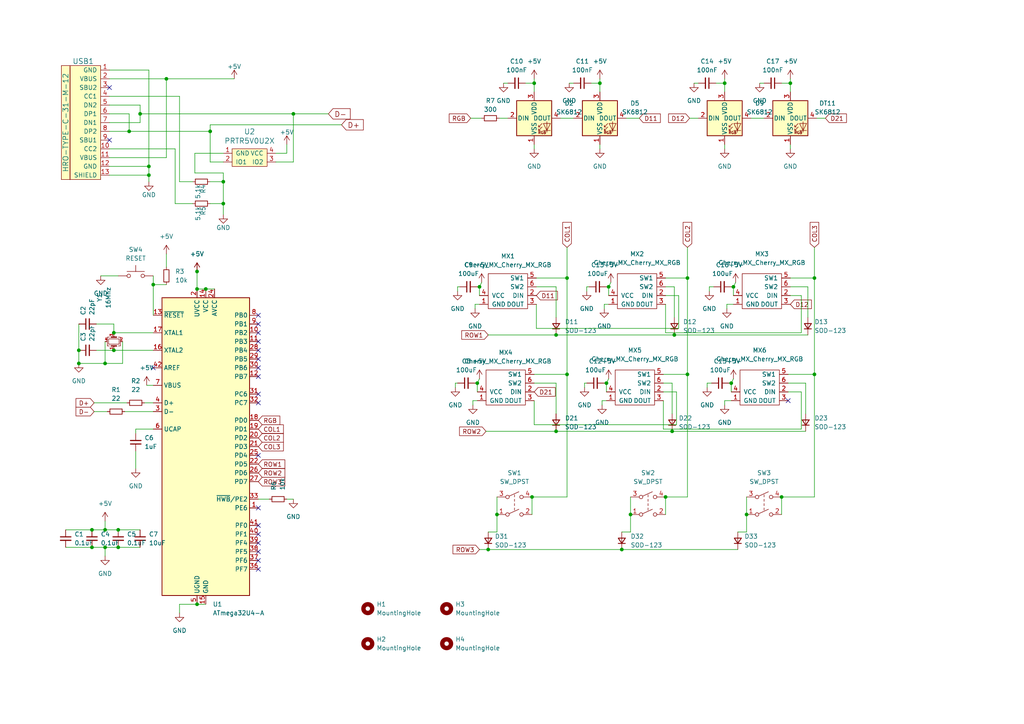
<source format=kicad_sch>
(kicad_sch (version 20211123) (generator eeschema)
  (paper "A4")
  (lib_symbols
    (symbol "Cherry MX Breakout Board (Kailh Socket)-cache:Cherry_MX_Cherry_MX_RGB" (pin_names (offset 1.016))
      (property "Reference" "U" (at -5.08 8.89 0))
      (property "Value" "Cherry_MX_Cherry_MX_RGB" (at 0 -3.81 0))
      (symbol "Cherry_MX_Cherry_MX_RGB_0_1"
        (rectangle (start 5.715 -2.54) (end -5.715 7.62))
      )
      (symbol "Cherry_MX_Cherry_MX_RGB_1_1"
        (pin input line (at -8.255 -1.27 0) (length 2.54) (name "GND") (number "1"))
        (pin input line (at 8.255 1.27 180) (length 2.54) (name "DIN") (number "2"))
        (pin input line (at 8.255 -1.27 180) (length 2.54) (name "DOUT") (number "3"))
        (pin input line (at -8.255 1.27 0) (length 2.54) (name "VCC") (number "4"))
        (pin input line (at 8.255 6.35 180) (length 2.54) (name "SW1") (number "5"))
        (pin input line (at 8.255 3.81 180) (length 2.54) (name "SW2") (number "6"))
      )
    )
    (symbol "Device:C_Small" (pin_numbers hide) (pin_names (offset 0.254) hide)
      (property "Reference" "C" (at 0.254 1.778 0))
      (property "Value" "C_Small" (at 0.254 -2.032 0))
      (symbol "C_Small_0_1"
        (polyline (pts (xy -1.524 -0.508) (xy 1.524 -0.508)) (stroke (width 0.3302)))
        (polyline (pts (xy -1.524 0.508) (xy 1.524 0.508)) (stroke (width 0.3048)))
      )
      (symbol "C_Small_1_1"
        (pin passive line (at 0 2.54 270) (length 2.032) (name "~") (number "1"))
        (pin passive line (at 0 -2.54 90) (length 2.032) (name "~") (number "2"))
      )
    )
    (symbol "Device:Crystal_GND24_Small" (pin_names (offset 1.016) hide)
      (property "Reference" "Y" (at 1.27 4.445 0))
      (property "Value" "Crystal_GND24_Small" (at 1.27 2.54 0))
      (symbol "Crystal_GND24_Small_0_1"
        (rectangle (start -0.762 -1.524) (end 0.762 1.524))
        (polyline (pts (xy -1.27 -0.762) (xy -1.27 0.762)) (stroke (width 0.381)))
        (polyline (pts (xy 1.27 -0.762) (xy 1.27 0.762)) (stroke (width 0.381)))
        (polyline (pts (xy -1.27 -1.27) (xy -1.27 -1.905) (xy 1.27 -1.905) (xy 1.27 -1.27)))
        (polyline (pts (xy -1.27 1.27) (xy -1.27 1.905) (xy 1.27 1.905) (xy 1.27 1.27)))
      )
      (symbol "Crystal_GND24_Small_1_1"
        (pin passive line (at -2.54 0 0) (length 1.27) (name "1") (number "1"))
        (pin passive line (at 0 -2.54 90) (length 0.635) (name "2") (number "2"))
        (pin passive line (at 2.54 0 180) (length 1.27) (name "3") (number "3"))
        (pin passive line (at 0 2.54 270) (length 0.635) (name "4") (number "4"))
      )
    )
    (symbol "Device:D_Small" (pin_numbers hide) (pin_names (offset 0.254) hide)
      (property "Reference" "D" (at -1.27 2.032 0))
      (property "Value" "D_Small" (at -3.81 -2.032 0))
      (symbol "D_Small_0_1"
        (polyline (pts (xy -0.762 -1.016) (xy -0.762 1.016)) (stroke (width 0.254)))
        (polyline (pts (xy -0.762 0) (xy 0.762 0)))
        (polyline (pts (xy 0.762 -1.016) (xy -0.762 0) (xy 0.762 1.016) (xy 0.762 -1.016)) (stroke (width 0.254)))
      )
      (symbol "D_Small_1_1"
        (pin passive line (at -2.54 0 0) (length 1.778) (name "K") (number "1"))
        (pin passive line (at 2.54 0 180) (length 1.778) (name "A") (number "2"))
      )
    )
    (symbol "Device:R_Small" (pin_numbers hide) (pin_names (offset 0.254) hide)
      (property "Reference" "R" (at 0.762 0.508 0))
      (property "Value" "R_Small" (at 0.762 -1.016 0))
      (symbol "R_Small_0_1"
        (rectangle (start -0.762 1.778) (end 0.762 -1.778) (stroke (width 0.2032)))
      )
      (symbol "R_Small_1_1"
        (pin passive line (at 0 2.54 270) (length 0.762) (name "~") (number "1"))
        (pin passive line (at 0 -2.54 90) (length 0.762) (name "~") (number "2"))
      )
    )
    (symbol "LED:SK6812" (pin_names (offset 0.254))
      (property "Reference" "D" (at 5.08 5.715 0))
      (property "Value" "SK6812" (at 1.27 -5.715 0))
      (symbol "SK6812_0_0"
        (text "RGB" (at 2.286 -4.191 0) (effects (font (size 0.762 0.762))))
      )
      (symbol "SK6812_0_1"
        (polyline (pts (xy 1.27 -3.556) (xy 1.778 -3.556)))
        (polyline (pts (xy 1.27 -2.54) (xy 1.778 -2.54)))
        (polyline (pts (xy 4.699 -3.556) (xy 2.667 -3.556)))
        (polyline (pts (xy 2.286 -2.54) (xy 1.27 -3.556) (xy 1.27 -3.048)))
        (polyline (pts (xy 2.286 -1.524) (xy 1.27 -2.54) (xy 1.27 -2.032)))
        (polyline (pts (xy 3.683 -1.016) (xy 3.683 -3.556) (xy 3.683 -4.064)))
        (polyline (pts (xy 4.699 -1.524) (xy 2.667 -1.524) (xy 3.683 -3.556) (xy 4.699 -1.524)))
        (rectangle (start 5.08 5.08) (end -5.08 -5.08) (stroke (width 0.254)) (fill (type background)))
      )
      (symbol "SK6812_1_1"
        (pin power_in line (at 0 -7.62 90) (length 2.54) (name "VSS") (number "1"))
        (pin input line (at -7.62 0 0) (length 2.54) (name "DIN") (number "2"))
        (pin power_in line (at 0 7.62 270) (length 2.54) (name "VDD") (number "3"))
        (pin output line (at 7.62 0 180) (length 2.54) (name "DOUT") (number "4"))
      )
    )
    (symbol "MCU_Microchip_ATmega:ATmega32U4-A"
      (property "Reference" "U" (at -12.7 44.45 0))
      (property "Value" "ATmega32U4-A" (at 2.54 -44.45 0))
      (symbol "ATmega32U4-A_0_1"
        (rectangle (start -12.7 -43.18) (end 12.7 43.18) (stroke (width 0.254)) (fill (type background)))
      )
      (symbol "ATmega32U4-A_1_1"
        (pin bidirectional line (at 15.24 -17.78 180) (length 2.54) (name "PE6") (number "1"))
        (pin bidirectional line (at 15.24 33.02 180) (length 2.54) (name "PB2") (number "10"))
        (pin bidirectional line (at 15.24 30.48 180) (length 2.54) (name "PB3") (number "11"))
        (pin bidirectional line (at 15.24 20.32 180) (length 2.54) (name "PB7") (number "12"))
        (pin input line (at -15.24 38.1 0) (length 2.54) (name "~{RESET}") (number "13"))
        (pin power_in line (at 0 45.72 270) (length 2.54) (name "VCC") (number "14"))
        (pin power_in line (at 0 -45.72 90) (length 2.54) (name "GND") (number "15"))
        (pin output line (at -15.24 27.94 0) (length 2.54) (name "XTAL2") (number "16"))
        (pin input line (at -15.24 33.02 0) (length 2.54) (name "XTAL1") (number "17"))
        (pin bidirectional line (at 15.24 7.62 180) (length 2.54) (name "PD0") (number "18"))
        (pin bidirectional line (at 15.24 5.08 180) (length 2.54) (name "PD1") (number "19"))
        (pin power_in line (at -2.54 45.72 270) (length 2.54) (name "UVCC") (number "2"))
        (pin bidirectional line (at 15.24 2.54 180) (length 2.54) (name "PD2") (number "20"))
        (pin bidirectional line (at 15.24 0 180) (length 2.54) (name "PD3") (number "21"))
        (pin bidirectional line (at 15.24 -5.08 180) (length 2.54) (name "PD5") (number "22"))
        (pin passive line (at 0 -45.72 90) (length 2.54) hide (name "GND") (number "23"))
        (pin power_in line (at 2.54 45.72 270) (length 2.54) (name "AVCC") (number "24"))
        (pin bidirectional line (at 15.24 -2.54 180) (length 2.54) (name "PD4") (number "25"))
        (pin bidirectional line (at 15.24 -7.62 180) (length 2.54) (name "PD6") (number "26"))
        (pin bidirectional line (at 15.24 -10.16 180) (length 2.54) (name "PD7") (number "27"))
        (pin bidirectional line (at 15.24 27.94 180) (length 2.54) (name "PB4") (number "28"))
        (pin bidirectional line (at 15.24 25.4 180) (length 2.54) (name "PB5") (number "29"))
        (pin bidirectional line (at -15.24 10.16 0) (length 2.54) (name "D-") (number "3"))
        (pin bidirectional line (at 15.24 22.86 180) (length 2.54) (name "PB6") (number "30"))
        (pin bidirectional line (at 15.24 15.24 180) (length 2.54) (name "PC6") (number "31"))
        (pin bidirectional line (at 15.24 12.7 180) (length 2.54) (name "PC7") (number "32"))
        (pin bidirectional line (at 15.24 -15.24 180) (length 2.54) (name "~{HWB}/PE2") (number "33"))
        (pin passive line (at 0 45.72 270) (length 2.54) hide (name "VCC") (number "34"))
        (pin passive line (at 0 -45.72 90) (length 2.54) hide (name "GND") (number "35"))
        (pin bidirectional line (at 15.24 -35.56 180) (length 2.54) (name "PF7") (number "36"))
        (pin bidirectional line (at 15.24 -33.02 180) (length 2.54) (name "PF6") (number "37"))
        (pin bidirectional line (at 15.24 -30.48 180) (length 2.54) (name "PF5") (number "38"))
        (pin bidirectional line (at 15.24 -27.94 180) (length 2.54) (name "PF4") (number "39"))
        (pin bidirectional line (at -15.24 12.7 0) (length 2.54) (name "D+") (number "4"))
        (pin bidirectional line (at 15.24 -25.4 180) (length 2.54) (name "PF1") (number "40"))
        (pin bidirectional line (at 15.24 -22.86 180) (length 2.54) (name "PF0") (number "41"))
        (pin passive line (at -15.24 22.86 0) (length 2.54) (name "AREF") (number "42"))
        (pin passive line (at 0 -45.72 90) (length 2.54) hide (name "GND") (number "43"))
        (pin passive line (at 2.54 45.72 270) (length 2.54) hide (name "AVCC") (number "44"))
        (pin passive line (at -2.54 -45.72 90) (length 2.54) (name "UGND") (number "5"))
        (pin passive line (at -15.24 5.08 0) (length 2.54) (name "UCAP") (number "6"))
        (pin input line (at -15.24 17.78 0) (length 2.54) (name "VBUS") (number "7"))
        (pin bidirectional line (at 15.24 38.1 180) (length 2.54) (name "PB0") (number "8"))
        (pin bidirectional line (at 15.24 35.56 180) (length 2.54) (name "PB1") (number "9"))
      )
    )
    (symbol "Mechanical:MountingHole" (pin_names (offset 1.016))
      (property "Reference" "H" (at 0 5.08 0))
      (property "Value" "MountingHole" (at 0 3.175 0))
      (symbol "MountingHole_0_1"
        (circle (center 0 0) (radius 1.27) (stroke (width 1.27)))
      )
    )
    (symbol "Satxri6key-rescue:HRO-TYPE-C-31-M-12-Type-C-random-keyboard-parts" (pin_names (offset 1.016))
      (property "Reference" "USB" (at -5.08 16.51 0))
      (property "Value" "HRO-TYPE-C-31-M-12-Type-C-random-keyboard-parts" (at -10.16 -1.27 90))
      (symbol "HRO-TYPE-C-31-M-12-Type-C-random-keyboard-parts_0_1"
        (rectangle (start -11.43 15.24) (end -8.89 -17.78) (fill (type background)))
        (rectangle (start 0 -17.78) (end -8.89 15.24) (fill (type background)))
      )
      (symbol "HRO-TYPE-C-31-M-12-Type-C-random-keyboard-parts_1_1"
        (pin input line (at 2.54 13.97 180) (length 2.54) (name "GND") (number "1"))
        (pin input line (at 2.54 -8.89 180) (length 2.54) (name "CC2") (number "10"))
        (pin input line (at 2.54 -11.43 180) (length 2.54) (name "VBUS") (number "11"))
        (pin input line (at 2.54 -13.97 180) (length 2.54) (name "GND") (number "12"))
        (pin input line (at 2.54 -16.51 180) (length 2.54) (name "SHIELD") (number "13"))
        (pin input line (at 2.54 11.43 180) (length 2.54) (name "VBUS") (number "2"))
        (pin input line (at 2.54 8.89 180) (length 2.54) (name "SBU2") (number "3"))
        (pin input line (at 2.54 6.35 180) (length 2.54) (name "CC1") (number "4"))
        (pin input line (at 2.54 3.81 180) (length 2.54) (name "DN2") (number "5"))
        (pin input line (at 2.54 1.27 180) (length 2.54) (name "DP1") (number "6"))
        (pin input line (at 2.54 -1.27 180) (length 2.54) (name "DN1") (number "7"))
        (pin input line (at 2.54 -3.81 180) (length 2.54) (name "DP2") (number "8"))
        (pin input line (at 2.54 -6.35 180) (length 2.54) (name "SBU1") (number "9"))
      )
    )
    (symbol "Switch:SW_DPST" (pin_names (offset 0) hide)
      (property "Reference" "SW" (at 0 5.08 0))
      (property "Value" "SW_DPST" (at 0 -5.08 0))
      (symbol "SW_DPST_0_0"
        (circle (center -2.032 -2.54) (radius 0.508))
        (circle (center -2.032 2.54) (radius 0.508))
        (polyline (pts (xy -1.524 -2.286) (xy 1.27 -1.016)))
        (polyline (pts (xy -1.524 2.794) (xy 1.27 4.064)))
        (polyline (pts (xy 0 -1.27) (xy 0 -0.635)))
        (polyline (pts (xy 0 0) (xy 0 0.635)))
        (polyline (pts (xy 0 1.27) (xy 0 1.905)))
        (polyline (pts (xy 0 2.54) (xy 0 3.175)))
        (circle (center 2.032 -2.54) (radius 0.508))
        (circle (center 2.032 2.54) (radius 0.508))
      )
      (symbol "SW_DPST_1_1"
        (pin passive line (at -5.08 -2.54 0) (length 2.54) (name "1") (number "1"))
        (pin passive line (at 5.08 -2.54 180) (length 2.54) (name "2") (number "2"))
        (pin passive line (at -5.08 2.54 0) (length 2.54) (name "3") (number "3"))
        (pin passive line (at 5.08 2.54 180) (length 2.54) (name "4") (number "4"))
      )
    )
    (symbol "Switch:SW_Push" (pin_numbers hide) (pin_names (offset 1.016) hide)
      (property "Reference" "SW" (at 1.27 2.54 0))
      (property "Value" "SW_Push" (at 0 -1.524 0))
      (symbol "SW_Push_0_1"
        (circle (center -2.032 0) (radius 0.508))
        (polyline (pts (xy 0 1.27) (xy 0 3.048)))
        (polyline (pts (xy 2.54 1.27) (xy -2.54 1.27)))
        (circle (center 2.032 0) (radius 0.508))
        (pin passive line (at -5.08 0 0) (length 2.54) (name "1") (number "1"))
        (pin passive line (at 5.08 0 180) (length 2.54) (name "2") (number "2"))
      )
    )
    (symbol "power:+5V" (power) (pin_names (offset 0))
      (property "Value" "+5V" (at 0 3.556 0))
      (symbol "+5V_0_1"
        (polyline (pts (xy -0.762 1.27) (xy 0 2.54)))
        (polyline (pts (xy 0 0) (xy 0 2.54)))
        (polyline (pts (xy 0 2.54) (xy 0.762 1.27)))
      )
      (symbol "+5V_1_1"
        (pin power_in line (at 0 0 90) (length 0) hide (name "+5V") (number "1"))
      )
    )
    (symbol "power:GND" (power) (pin_names (offset 0))
      (property "Value" "GND" (at 0 -3.81 0))
      (symbol "GND_0_1"
        (polyline (pts (xy 0 0) (xy 0 -1.27) (xy 1.27 -1.27) (xy 0 -2.54) (xy -1.27 -1.27) (xy 0 -1.27)))
      )
      (symbol "GND_1_1"
        (pin power_in line (at 0 0 270) (length 0) hide (name "GND") (number "1"))
      )
    )
    (symbol "random-keyboard-parts:PRTR5V0U2X" (pin_names (offset 1.016))
      (property "Reference" "U" (at 0 3.81 0))
      (property "Value" "PRTR5V0U2X" (at 0 -3.81 0))
      (symbol "PRTR5V0U2X_0_1"
        (rectangle (start -5.08 2.54) (end 5.08 -2.54) (fill (type background)))
      )
      (symbol "PRTR5V0U2X_1_1"
        (pin input line (at -7.62 1.27 0) (length 2.54) (name "GND") (number "1"))
        (pin input line (at -7.62 -1.27 0) (length 2.54) (name "IO1") (number "2"))
        (pin input line (at 7.62 -1.27 180) (length 2.54) (name "IO2") (number "3"))
        (pin input line (at 7.62 1.27 180) (length 2.54) (name "VCC") (number "4"))
      )
    )
  )
  (junction (at 43.18 50.8))
  (junction (at 144.145 149.225))
  (junction (at 161.29 97.155))
  (junction (at 59.69 83.82))
  (junction (at 216.535 149.225))
  (junction (at 64.77 59.055))
  (junction (at 57.15 175.26))
  (junction (at 154.94 24.13))
  (junction (at 180.34 159.385))
  (junction (at 173.99 24.13))
  (junction (at 30.48 153.67))
  (junction (at 26.67 153.67))
  (junction (at 33.02 101.6))
  (junction (at 64.77 52.705))
  (junction (at 164.465 80.645))
  (junction (at 229.235 24.13))
  (junction (at 57.15 78.74))
  (junction (at 193.04 144.145))
  (junction (at 40.64 33.02))
  (junction (at 210.185 24.13))
  (junction (at 33.02 96.52))
  (junction (at 195.58 97.155))
  (junction (at 176.53 83.185))
  (junction (at 57.15 83.82))
  (junction (at 44.45 82.55))
  (junction (at 34.29 158.75))
  (junction (at 212.09 111.125))
  (junction (at 141.605 159.385))
  (junction (at 34.29 153.67))
  (junction (at 85.09 33.02))
  (junction (at 161.29 125.095))
  (junction (at 26.67 158.75))
  (junction (at 199.39 108.585))
  (junction (at 60.96 38.1))
  (junction (at 226.695 144.145))
  (junction (at 236.22 108.585))
  (junction (at 236.22 80.645))
  (junction (at 22.86 105.41))
  (junction (at 37.465 38.1))
  (junction (at 48.26 22.86))
  (junction (at 199.39 80.645))
  (junction (at 154.305 144.145))
  (junction (at 22.86 101.6))
  (junction (at 138.43 111.125))
  (junction (at 182.88 149.225))
  (junction (at 139.065 83.185))
  (junction (at 30.48 158.75))
  (junction (at 43.18 48.26))
  (junction (at 164.465 108.585))
  (junction (at 194.945 125.095))
  (junction (at 212.725 83.185))
  (junction (at 30.48 105.41))
  (junction (at 175.895 111.125))
  (no_connect (at 31.75 40.64))
  (no_connect (at 74.93 104.14))
  (no_connect (at 74.93 106.68))
  (no_connect (at 74.93 152.4))
  (no_connect (at 44.45 106.68))
  (no_connect (at 74.93 132.08))
  (no_connect (at 74.93 147.32))
  (no_connect (at 74.93 154.94))
  (no_connect (at 74.93 157.48))
  (no_connect (at 74.93 160.02))
  (no_connect (at 74.93 162.56))
  (no_connect (at 74.93 109.22))
  (no_connect (at 74.93 114.3))
  (no_connect (at 74.93 116.84))
  (no_connect (at 74.93 165.1))
  (no_connect (at 74.93 96.52))
  (no_connect (at 74.93 93.98))
  (no_connect (at 74.93 91.44))
  (no_connect (at 74.93 99.06))
  (no_connect (at 31.75 25.4))
  (no_connect (at 228.6 116.205))
  (no_connect (at 74.93 101.6))
  (wire (pts (xy 52.07 177.8) (xy 52.07 175.26)))
  (wire (pts (xy 169.545 111.125) (xy 169.545 112.395)))
  (wire (pts (xy 136.525 34.29) (xy 139.7 34.29)))
  (wire (pts (xy 212.725 109.855) (xy 212.09 111.125)))
  (wire (pts (xy 34.29 153.67) (xy 30.48 153.67)))
  (wire (pts (xy 139.065 83.185) (xy 139.065 85.725)))
  (wire (pts (xy 43.18 20.32) (xy 43.18 48.26)))
  (wire (pts (xy 137.16 117.475) (xy 137.16 116.205)))
  (wire (pts (xy 48.26 22.86) (xy 67.945 22.86)))
  (wire (pts (xy 173.99 24.13) (xy 173.99 26.67)))
  (wire (pts (xy 199.39 71.755) (xy 199.39 80.645)))
  (wire (pts (xy 161.29 97.155) (xy 195.58 97.155)))
  (wire (pts (xy 213.36 81.915) (xy 212.725 83.185)))
  (wire (pts (xy 216.535 149.225) (xy 216.535 144.145)))
  (wire (pts (xy 154.94 116.205) (xy 154.94 123.19)))
  (wire (pts (xy 52.07 27.94) (xy 52.07 52.705)))
  (wire (pts (xy 211.455 111.125) (xy 212.09 111.125)))
  (wire (pts (xy 236.22 80.645) (xy 236.22 108.585)))
  (wire (pts (xy 173.99 24.13) (xy 171.45 24.13)))
  (wire (pts (xy 210.82 88.265) (xy 212.725 88.265)))
  (wire (pts (xy 30.48 158.75) (xy 34.29 158.75)))
  (wire (pts (xy 155.575 88.265) (xy 155.575 95.25)))
  (wire (pts (xy 228.6 108.585) (xy 236.22 108.585)))
  (wire (pts (xy 138.43 83.185) (xy 139.065 83.185)))
  (wire (pts (xy 40.64 33.02) (xy 40.64 30.48)))
  (wire (pts (xy 35.56 99.06) (xy 35.56 105.41)))
  (wire (pts (xy 232.41 113.665) (xy 228.6 113.665)))
  (wire (pts (xy 199.39 108.585) (xy 192.405 108.585)))
  (wire (pts (xy 132.08 111.125) (xy 132.08 112.395)))
  (wire (pts (xy 194.945 125.095) (xy 233.68 125.095)))
  (wire (pts (xy 48.26 22.86) (xy 48.26 45.72)))
  (wire (pts (xy 27.305 116.84) (xy 36.83 116.84)))
  (wire (pts (xy 64.77 59.055) (xy 60.96 59.055)))
  (wire (pts (xy 33.02 93.98) (xy 33.02 96.52)))
  (wire (pts (xy 155.575 95.25) (xy 196.85 95.25)))
  (wire (pts (xy 40.64 33.02) (xy 40.64 35.56)))
  (wire (pts (xy 170.18 111.125) (xy 169.545 111.125)))
  (wire (pts (xy 139.065 109.855) (xy 138.43 111.125)))
  (wire (pts (xy 137.795 88.265) (xy 139.065 88.265)))
  (wire (pts (xy 133.35 83.185) (xy 132.715 83.185)))
  (wire (pts (xy 154.305 144.145) (xy 154.305 149.225)))
  (wire (pts (xy 85.09 33.02) (xy 95.25 33.02)))
  (wire (pts (xy 170.815 83.185) (xy 170.18 83.185)))
  (wire (pts (xy 132.715 111.125) (xy 132.08 111.125)))
  (wire (pts (xy 239.395 34.29) (xy 236.855 34.29)))
  (wire (pts (xy 60.96 36.195) (xy 99.06 36.195)))
  (wire (pts (xy 164.465 71.755) (xy 164.465 80.645)))
  (wire (pts (xy 173.99 41.91) (xy 173.99 43.18)))
  (wire (pts (xy 27.305 119.38) (xy 31.115 119.38)))
  (wire (pts (xy 170.18 83.185) (xy 170.18 84.455)))
  (wire (pts (xy 141.605 97.155) (xy 161.29 97.155)))
  (wire (pts (xy 229.235 80.645) (xy 236.22 80.645)))
  (wire (pts (xy 217.805 34.29) (xy 221.615 34.29)))
  (wire (pts (xy 57.15 78.74) (xy 57.15 83.82)))
  (wire (pts (xy 161.29 125.095) (xy 194.945 125.095)))
  (wire (pts (xy 154.94 24.13) (xy 154.94 26.67)))
  (wire (pts (xy 216.535 154.305) (xy 216.535 149.225)))
  (wire (pts (xy 176.53 109.855) (xy 175.895 111.125)))
  (wire (pts (xy 210.185 116.205) (xy 212.09 116.205)))
  (wire (pts (xy 31.75 27.94) (xy 52.07 27.94)))
  (wire (pts (xy 19.05 158.75) (xy 26.67 158.75)))
  (wire (pts (xy 144.145 154.305) (xy 141.605 154.305)))
  (wire (pts (xy 236.22 144.145) (xy 226.695 144.145)))
  (wire (pts (xy 30.48 105.41) (xy 35.56 105.41)))
  (wire (pts (xy 236.22 71.755) (xy 236.22 80.645)))
  (wire (pts (xy 193.04 85.725) (xy 196.85 85.725)))
  (wire (pts (xy 182.88 144.145) (xy 182.88 149.225)))
  (wire (pts (xy 193.04 144.145) (xy 193.04 149.225)))
  (wire (pts (xy 22.86 101.6) (xy 22.86 105.41)))
  (wire (pts (xy 59.69 83.82) (xy 62.23 83.82)))
  (wire (pts (xy 233.68 111.125) (xy 228.6 111.125)))
  (wire (pts (xy 137.795 111.125) (xy 138.43 111.125)))
  (wire (pts (xy 50.8 59.055) (xy 55.88 59.055)))
  (wire (pts (xy 192.405 111.125) (xy 194.945 111.125)))
  (wire (pts (xy 199.39 80.645) (xy 199.39 108.585)))
  (wire (pts (xy 40.64 30.48) (xy 31.75 30.48)))
  (wire (pts (xy 161.29 83.185) (xy 155.575 83.185)))
  (wire (pts (xy 37.465 38.1) (xy 31.75 38.1)))
  (wire (pts (xy 201.295 24.13) (xy 202.565 24.13)))
  (wire (pts (xy 33.02 101.6) (xy 44.45 101.6)))
  (wire (pts (xy 140.97 125.095) (xy 161.29 125.095)))
  (wire (pts (xy 205.105 111.125) (xy 205.105 112.395)))
  (wire (pts (xy 207.01 83.185) (xy 205.74 83.185)))
  (wire (pts (xy 229.235 24.13) (xy 226.695 24.13)))
  (wire (pts (xy 193.04 96.52) (xy 232.41 96.52)))
  (wire (pts (xy 27.94 93.98) (xy 33.02 93.98)))
  (wire (pts (xy 164.465 80.645) (xy 164.465 108.585)))
  (wire (pts (xy 132.715 83.185) (xy 132.715 84.455)))
  (wire (pts (xy 138.43 111.125) (xy 138.43 113.665)))
  (wire (pts (xy 34.29 158.75) (xy 40.64 158.75)))
  (wire (pts (xy 52.07 52.705) (xy 55.88 52.705)))
  (wire (pts (xy 30.48 158.75) (xy 30.48 161.29)))
  (wire (pts (xy 44.45 82.55) (xy 48.26 82.55)))
  (wire (pts (xy 232.41 96.52) (xy 232.41 85.725)))
  (wire (pts (xy 232.41 124.46) (xy 232.41 113.665)))
  (wire (pts (xy 192.405 116.205) (xy 192.405 124.46)))
  (wire (pts (xy 43.18 50.8) (xy 31.75 50.8)))
  (wire (pts (xy 137.16 116.205) (xy 138.43 116.205)))
  (wire (pts (xy 220.345 24.13) (xy 221.615 24.13)))
  (wire (pts (xy 39.37 130.81) (xy 39.37 135.89)))
  (wire (pts (xy 36.195 119.38) (xy 44.45 119.38)))
  (wire (pts (xy 205.74 83.185) (xy 205.74 84.455)))
  (wire (pts (xy 226.695 144.145) (xy 226.695 149.225)))
  (wire (pts (xy 175.26 111.125) (xy 175.895 111.125)))
  (wire (pts (xy 181.61 34.29) (xy 185.42 34.29)))
  (wire (pts (xy 83.185 144.78) (xy 85.09 144.78)))
  (wire (pts (xy 210.82 89.535) (xy 210.82 88.265)))
  (wire (pts (xy 52.07 175.26) (xy 57.15 175.26)))
  (wire (pts (xy 57.15 175.26) (xy 59.69 175.26)))
  (wire (pts (xy 199.39 144.145) (xy 193.04 144.145)))
  (wire (pts (xy 139.7 81.915) (xy 139.065 83.185)))
  (wire (pts (xy 144.78 34.29) (xy 147.32 34.29)))
  (wire (pts (xy 57.15 83.82) (xy 59.69 83.82)))
  (wire (pts (xy 210.185 24.13) (xy 207.645 24.13)))
  (wire (pts (xy 164.465 144.145) (xy 154.305 144.145)))
  (wire (pts (xy 31.75 22.86) (xy 48.26 22.86)))
  (wire (pts (xy 27.94 101.6) (xy 33.02 101.6)))
  (wire (pts (xy 80.01 46.99) (xy 85.09 46.99)))
  (wire (pts (xy 44.45 80.01) (xy 44.45 82.55)))
  (wire (pts (xy 40.64 33.02) (xy 85.09 33.02)))
  (wire (pts (xy 56.515 50.165) (xy 56.515 44.45)))
  (wire (pts (xy 174.625 117.475) (xy 174.625 116.205)))
  (wire (pts (xy 42.545 111.76) (xy 44.45 111.76)))
  (wire (pts (xy 161.29 120.015) (xy 161.29 111.125)))
  (wire (pts (xy 31.75 35.56) (xy 40.64 35.56)))
  (wire (pts (xy 60.96 52.705) (xy 64.77 52.705)))
  (wire (pts (xy 41.91 116.84) (xy 44.45 116.84)))
  (wire (pts (xy 29.21 80.01) (xy 34.29 80.01)))
  (wire (pts (xy 200.025 34.29) (xy 202.565 34.29)))
  (wire (pts (xy 234.315 83.185) (xy 229.235 83.185)))
  (wire (pts (xy 162.56 34.29) (xy 166.37 34.29)))
  (wire (pts (xy 31.75 48.26) (xy 43.18 48.26)))
  (wire (pts (xy 31.75 43.18) (xy 50.8 43.18)))
  (wire (pts (xy 195.58 97.155) (xy 234.315 97.155)))
  (wire (pts (xy 177.165 81.915) (xy 176.53 83.185)))
  (wire (pts (xy 173.99 22.86) (xy 173.99 24.13)))
  (wire (pts (xy 22.86 93.98) (xy 22.86 101.6)))
  (wire (pts (xy 236.22 108.585) (xy 236.22 144.145)))
  (wire (pts (xy 206.375 111.125) (xy 205.105 111.125)))
  (wire (pts (xy 193.04 83.185) (xy 195.58 83.185)))
  (wire (pts (xy 64.77 52.705) (xy 64.77 59.055)))
  (wire (pts (xy 212.725 83.185) (xy 212.725 85.725)))
  (wire (pts (xy 232.41 85.725) (xy 229.235 85.725)))
  (wire (pts (xy 234.315 92.075) (xy 234.315 83.185)))
  (wire (pts (xy 30.48 99.06) (xy 30.48 105.41)))
  (wire (pts (xy 213.995 154.305) (xy 216.535 154.305)))
  (wire (pts (xy 192.405 124.46) (xy 232.41 124.46)))
  (wire (pts (xy 64.77 46.99) (xy 60.96 46.99)))
  (wire (pts (xy 139.065 159.385) (xy 141.605 159.385)))
  (wire (pts (xy 199.39 108.585) (xy 199.39 144.145)))
  (wire (pts (xy 194.945 111.125) (xy 194.945 120.015)))
  (wire (pts (xy 43.18 52.705) (xy 43.18 50.8)))
  (wire (pts (xy 37.465 38.1) (xy 60.96 38.1)))
  (wire (pts (xy 175.26 88.265) (xy 176.53 88.265)))
  (wire (pts (xy 141.605 159.385) (xy 180.34 159.385)))
  (wire (pts (xy 64.77 62.23) (xy 64.77 59.055)))
  (wire (pts (xy 193.04 80.645) (xy 199.39 80.645)))
  (wire (pts (xy 196.85 85.725) (xy 196.85 95.25)))
  (wire (pts (xy 43.18 48.26) (xy 43.18 50.8)))
  (wire (pts (xy 233.68 120.015) (xy 233.68 111.125)))
  (wire (pts (xy 146.05 24.13) (xy 147.32 24.13)))
  (wire (pts (xy 30.48 153.67) (xy 26.67 153.67)))
  (wire (pts (xy 180.34 154.305) (xy 182.88 154.305)))
  (wire (pts (xy 161.29 111.125) (xy 154.94 111.125)))
  (wire (pts (xy 39.37 124.46) (xy 39.37 125.73)))
  (wire (pts (xy 174.625 116.205) (xy 175.895 116.205)))
  (wire (pts (xy 182.88 149.225) (xy 182.88 154.305)))
  (wire (pts (xy 83.185 44.45) (xy 83.185 41.91)))
  (wire (pts (xy 26.67 158.75) (xy 30.48 158.75)))
  (wire (pts (xy 144.145 144.145) (xy 144.145 149.225)))
  (wire (pts (xy 175.26 89.535) (xy 175.26 88.265)))
  (wire (pts (xy 210.185 117.475) (xy 210.185 116.205)))
  (wire (pts (xy 19.05 153.67) (xy 26.67 153.67)))
  (wire (pts (xy 137.795 89.535) (xy 137.795 88.265)))
  (wire (pts (xy 165.1 24.13) (xy 166.37 24.13)))
  (wire (pts (xy 56.515 44.45) (xy 64.77 44.45)))
  (wire (pts (xy 164.465 108.585) (xy 164.465 144.145)))
  (wire (pts (xy 37.465 33.02) (xy 37.465 38.1)))
  (wire (pts (xy 85.09 46.99) (xy 85.09 33.02)))
  (wire (pts (xy 48.26 45.72) (xy 31.75 45.72)))
  (wire (pts (xy 210.185 22.86) (xy 210.185 24.13)))
  (wire (pts (xy 196.215 113.665) (xy 196.215 123.19)))
  (wire (pts (xy 180.34 159.385) (xy 213.995 159.385)))
  (wire (pts (xy 193.04 88.265) (xy 193.04 96.52)))
  (wire (pts (xy 154.94 24.13) (xy 152.4 24.13)))
  (wire (pts (xy 212.09 83.185) (xy 212.725 83.185)))
  (wire (pts (xy 64.77 52.705) (xy 64.77 50.165)))
  (wire (pts (xy 34.29 153.67) (xy 40.64 153.67)))
  (wire (pts (xy 48.26 73.66) (xy 48.26 77.47)))
  (wire (pts (xy 210.185 24.13) (xy 210.185 26.67)))
  (wire (pts (xy 31.75 33.02) (xy 37.465 33.02)))
  (wire (pts (xy 164.465 108.585) (xy 154.94 108.585)))
  (wire (pts (xy 30.48 151.13) (xy 30.48 153.67)))
  (wire (pts (xy 164.465 80.645) (xy 155.575 80.645)))
  (wire (pts (xy 60.96 46.99) (xy 60.96 38.1)))
  (wire (pts (xy 43.18 20.32) (xy 31.75 20.32)))
  (wire (pts (xy 74.93 144.78) (xy 78.105 144.78)))
  (wire (pts (xy 22.86 105.41) (xy 30.48 105.41)))
  (wire (pts (xy 195.58 83.185) (xy 195.58 92.075)))
  (wire (pts (xy 64.77 50.165) (xy 56.515 50.165)))
  (wire (pts (xy 50.8 43.18) (xy 50.8 59.055)))
  (wire (pts (xy 44.45 82.55) (xy 44.45 91.44)))
  (wire (pts (xy 44.45 124.46) (xy 39.37 124.46)))
  (wire (pts (xy 229.235 41.91) (xy 229.235 43.18)))
  (wire (pts (xy 175.895 83.185) (xy 176.53 83.185)))
  (wire (pts (xy 175.895 111.125) (xy 175.895 113.665)))
  (wire (pts (xy 192.405 113.665) (xy 196.215 113.665)))
  (wire (pts (xy 80.01 44.45) (xy 83.185 44.45)))
  (wire (pts (xy 176.53 83.185) (xy 176.53 85.725)))
  (wire (pts (xy 229.235 24.13) (xy 229.235 26.67)))
  (wire (pts (xy 154.94 41.91) (xy 154.94 43.18)))
  (wire (pts (xy 33.02 96.52) (xy 44.45 96.52)))
  (wire (pts (xy 60.96 38.1) (xy 60.96 36.195)))
  (wire (pts (xy 161.29 92.075) (xy 161.29 83.185)))
  (wire (pts (xy 154.94 22.86) (xy 154.94 24.13)))
  (wire (pts (xy 210.185 41.91) (xy 210.185 43.18)))
  (wire (pts (xy 144.145 149.225) (xy 144.145 154.305)))
  (wire (pts (xy 154.94 123.19) (xy 196.215 123.19)))
  (wire (pts (xy 212.09 111.125) (xy 212.09 113.665)))
  (wire (pts (xy 229.235 22.86) (xy 229.235 24.13)))
  (global_label "COL1" (shape input) (at 164.465 71.755 90) (property "Intersheet References" "${INTERSHEET_REFS}" (effects hide)))
  (global_label "COL2" (shape input) (at 74.93 127 0) (property "Intersheet References" "${INTERSHEET_REFS}" (effects hide)))
  (global_label "ROW2" (shape input) (at 140.97 125.095 180) (property "Intersheet References" "${INTERSHEET_REFS}" (effects hide)))
  (global_label "D+" (shape input) (at 99.06 36.195 0) (effects (font (size 1.524 1.524))) (property "Intersheet References" "${INTERSHEET_REFS}" (effects hide)))
  (global_label "COL1" (shape input) (at 74.93 124.46 0) (property "Intersheet References" "${INTERSHEET_REFS}" (effects hide)))
  (global_label "D12" (shape input) (at 200.025 34.29 180) (property "Intersheet References" "${INTERSHEET_REFS}" (effects hide)))
  (global_label "RGB" (shape input) (at 136.525 34.29 180) (property "Intersheet References" "${INTERSHEET_REFS}" (effects hide)))
  (global_label "D+" (shape input) (at 27.305 116.84 180) (property "Intersheet References" "${INTERSHEET_REFS}" (effects hide)))
  (global_label "D-" (shape input) (at 27.305 119.38 180) (property "Intersheet References" "${INTERSHEET_REFS}" (effects hide)))
  (global_label "D12" (shape input) (at 229.235 88.265 0) (property "Intersheet References" "${INTERSHEET_REFS}" (effects hide)))
  (global_label "COL2" (shape input) (at 199.39 71.755 90) (property "Intersheet References" "${INTERSHEET_REFS}" (effects hide)))
  (global_label "D11" (shape input) (at 185.42 34.29 0) (property "Intersheet References" "${INTERSHEET_REFS}" (effects hide)))
  (global_label "D21" (shape input) (at 239.395 34.29 0) (property "Intersheet References" "${INTERSHEET_REFS}" (effects hide)))
  (global_label "ROW2" (shape input) (at 74.93 137.16 0) (property "Intersheet References" "${INTERSHEET_REFS}" (effects hide)))
  (global_label "RGB" (shape input) (at 74.93 121.92 0) (property "Intersheet References" "${INTERSHEET_REFS}" (effects hide)))
  (global_label "D11" (shape input) (at 155.575 85.725 0) (property "Intersheet References" "${INTERSHEET_REFS}" (effects hide)))
  (global_label "COL3" (shape input) (at 74.93 129.54 0) (property "Intersheet References" "${INTERSHEET_REFS}" (effects hide)))
  (global_label "ROW3" (shape input) (at 139.065 159.385 180) (property "Intersheet References" "${INTERSHEET_REFS}" (effects hide)))
  (global_label "ROW3" (shape input) (at 74.93 139.7 0) (property "Intersheet References" "${INTERSHEET_REFS}" (effects hide)))
  (global_label "ROW1" (shape input) (at 74.93 134.62 0) (property "Intersheet References" "${INTERSHEET_REFS}" (effects hide)))
  (global_label "D21" (shape input) (at 154.94 113.665 0) (property "Intersheet References" "${INTERSHEET_REFS}" (effects hide)))
  (global_label "D-" (shape input) (at 95.25 33.02 0) (effects (font (size 1.524 1.524))) (property "Intersheet References" "${INTERSHEET_REFS}" (effects hide)))
  (global_label "ROW1" (shape input) (at 141.605 97.155 180) (property "Intersheet References" "${INTERSHEET_REFS}" (effects hide)))
  (global_label "COL3" (shape input) (at 236.22 71.755 90) (property "Intersheet References" "${INTERSHEET_REFS}" (effects hide)))
  (symbol (lib_id "power:GND") (at 165.1 24.13 0) (unit 1)
    (property "Reference" "#PWR025" (effects hide))
    (property "Value" "GND" (at 165.1 29.21 0))
  )
  (symbol (lib_id "LED:SK6812") (at 229.235 34.29 0) (unit 1)
    (property "Reference" "DT11" (at 240.03 29.9593 0))
    (property "Value" "SK6812" (at 240.03 32.4993 0))
    (property "Footprint" "LED_SMD:LED_SK6812_PLCC4_5.0x5.0mm_P3.2mm" (effects hide))
    (property "Datasheet" "https://cdn-shop.adafruit.com/product-files/1138/SK6812+LED+datasheet+.pdf" (effects hide))
  )
  (symbol (lib_id "power:GND") (at 52.07 177.8 0) (unit 1)
    (property "Reference" "#PWR09" (effects hide))
    (property "Value" "GND" (at 52.07 182.88 0))
  )
  (symbol (lib_id "Device:C_Small") (at 25.4 101.6 90) (unit 1)
    (property "Reference" "C3" (at 24.1362 99.06 0) (effects (justify left)))
    (property "Value" "22pF" (at 26.6762 99.06 0) (effects (justify left)))
    (property "Footprint" "Capacitor_SMD:C_0805_2012Metric" (effects hide))
  )
  (symbol (lib_id "power:GND") (at 170.18 84.455 0) (unit 1)
    (property "Reference" "#PWR027" (effects hide))
    (property "Value" "GND" (at 170.18 89.535 0))
  )
  (symbol (lib_id "Switch:SW_DPST") (at 221.615 146.685 0) (unit 1)
    (property "Reference" "SW3" (at 221.615 137.16 0))
    (property "Value" "SW_DPST" (at 221.615 139.7 0))
    (property "Footprint" "Button_Switch_THT:SW_PUSH_6mm_H9.5mm" (effects hide))
  )
  (symbol (lib_id "Device:R_Small") (at 58.42 59.055 270) (unit 1)
    (property "Reference" "R5" (at 58.928 59.817 0) (effects (justify left)))
    (property "Value" "5.1k" (at 57.404 59.817 0) (effects (justify left)))
    (property "Footprint" "Capacitor_SMD:C_0805_2012Metric" (effects hide))
  )
  (symbol (lib_id "power:+5V") (at 139.7 81.915 0) (unit 1)
    (property "Reference" "#PWR021" (effects hide))
    (property "Value" "+5V" (at 139.7 76.835 0))
  )
  (symbol (lib_id "Device:C_Small") (at 26.67 156.21 0) (unit 1)
    (property "Reference" "C4" (at 29.21 154.9462 0) (effects (justify left)))
    (property "Value" "0.1uF" (at 29.21 157.4862 0) (effects (justify left)))
    (property "Footprint" "Capacitor_SMD:C_0805_2012Metric" (effects hide))
  )
  (symbol (lib_id "power:GND") (at 174.625 117.475 0) (unit 1)
    (property "Reference" "#PWR030" (effects hide))
    (property "Value" "GND" (at 174.625 122.555 0))
  )
  (symbol (lib_id "power:+5V") (at 57.15 78.74 0) (unit 1)
    (property "Reference" "#PWR010" (effects hide))
    (property "Value" "+5V" (at 57.15 73.66 0))
  )
  (symbol (lib_id "power:GND") (at 64.77 62.23 0) (unit 1)
    (property "Reference" "#PWR012" (effects hide))
    (property "Value" "GND" (at 64.77 66.04 0))
  )
  (symbol (lib_id "Device:C_Small") (at 39.37 128.27 180) (unit 1)
    (property "Reference" "C6" (at 41.91 126.9935 0) (effects (justify right)))
    (property "Value" "1uF" (at 41.91 129.5335 0) (effects (justify right)))
    (property "Footprint" "Capacitor_SMD:C_0805_2012Metric" (effects hide))
  )
  (symbol (lib_id "power:GND") (at 220.345 24.13 0) (unit 1)
    (property "Reference" "#PWR043" (effects hide))
    (property "Value" "GND" (at 220.345 29.21 0))
  )
  (symbol (lib_id "power:GND") (at 43.18 52.705 0) (unit 1)
    (property "Reference" "#PWR07" (effects hide))
    (property "Value" "GND" (at 43.18 56.515 0))
  )
  (symbol (lib_id "power:GND") (at 146.05 24.13 0) (unit 1)
    (property "Reference" "#PWR022" (effects hide))
    (property "Value" "GND" (at 146.05 29.21 0))
  )
  (symbol (lib_id "Device:C_Small") (at 172.72 111.125 90) (unit 1)
    (property "Reference" "C12" (at 172.7263 104.775 90))
    (property "Value" "100uF" (at 172.7263 107.315 90))
    (property "Footprint" "Capacitor_SMD:C_0805_2012Metric" (effects hide))
  )
  (symbol (lib_id "Device:D_Small") (at 194.945 122.555 90) (unit 1)
    (property "Reference" "D22" (at 196.85 121.2849 90) (effects (justify right)))
    (property "Value" "SOD-123" (at 196.85 123.8249 90) (effects (justify right)))
    (property "Footprint" "Diode_SMD:D_SOD-123" (effects hide))
  )
  (symbol (lib_id "power:+5V") (at 139.065 109.855 0) (unit 1)
    (property "Reference" "#PWR020" (effects hide))
    (property "Value" "+5V" (at 139.065 104.775 0))
  )
  (symbol (lib_id "Device:D_Small") (at 180.34 156.845 90) (unit 1)
    (property "Reference" "D32" (at 182.88 155.5749 90) (effects (justify right)))
    (property "Value" "SOD-123" (at 182.88 158.1149 90) (effects (justify right)))
    (property "Footprint" "Diode_SMD:D_SOD-123" (effects hide))
  )
  (symbol (lib_id "Mechanical:MountingHole") (at 129.54 186.69 0) (unit 1)
    (property "Reference" "H4" (at 132.08 185.4199 0) (effects (justify left)))
    (property "Value" "MountingHole" (at 132.08 187.9599 0) (effects (justify left)))
    (property "Footprint" "MountingHole:MountingHole_2.5mm" (effects hide))
  )
  (symbol (lib_id "power:GND") (at 175.26 89.535 0) (unit 1)
    (property "Reference" "#PWR031" (effects hide))
    (property "Value" "GND" (at 175.26 94.615 0))
  )
  (symbol (lib_id "Device:Crystal_GND24_Small") (at 33.02 99.06 90) (unit 1)
    (property "Reference" "Y1" (at 28.8798 86.36 0))
    (property "Value" "16Mhz" (at 31.4198 86.36 0))
    (property "Footprint" "Crystal:Crystal_SMD_3225-4Pin_3.2x2.5mm_HandSoldering" (effects hide))
  )
  (symbol (lib_id "power:GND") (at 154.94 43.18 0) (unit 1)
    (property "Reference" "#PWR024" (effects hide))
    (property "Value" "GND" (at 154.94 48.26 0))
  )
  (symbol (lib_id "LED:SK6812") (at 173.99 34.29 0) (unit 1)
    (property "Reference" "D5" (at 184.15 29.9593 0))
    (property "Value" "SK6812" (at 184.15 32.4993 0))
    (property "Footprint" "LED_SMD:LED_SK6812_PLCC4_5.0x5.0mm_P3.2mm" (effects hide))
    (property "Datasheet" "https://cdn-shop.adafruit.com/product-files/1138/SK6812+LED+datasheet+.pdf" (effects hide))
  )
  (symbol (lib_id "MCU_Microchip_ATmega:ATmega32U4-A") (at 59.69 129.54 0) (unit 1)
    (property "Reference" "U1" (at 61.7094 175.26 0) (effects (justify left)))
    (property "Value" "ATmega32U4-A" (at 61.7094 177.8 0) (effects (justify left)))
    (property "Footprint" "Package_QFP:TQFP-44_10x10mm_P0.8mm" (effects hide))
    (property "Datasheet" "http://ww1.microchip.com/downloads/en/DeviceDoc/Atmel-7766-8-bit-AVR-ATmega16U4-32U4_Datasheet.pdf" (effects hide))
  )
  (symbol (lib_id "Device:C_Small") (at 25.4 93.98 90) (unit 1)
    (property "Reference" "C2" (at 24.1362 91.44 0) (effects (justify left)))
    (property "Value" "22pF" (at 26.6762 91.44 0) (effects (justify left)))
    (property "Footprint" "Capacitor_SMD:C_0805_2012Metric" (effects hide))
  )
  (symbol (lib_id "power:+5V") (at 176.53 109.855 0) (unit 1)
    (property "Reference" "#PWR032" (effects hide))
    (property "Value" "+5V" (at 176.53 104.775 0))
  )
  (symbol (lib_id "Device:C_Small") (at 208.915 111.125 90) (unit 1)
    (property "Reference" "C15" (at 208.9213 104.775 90))
    (property "Value" "100uF" (at 208.9213 107.315 90))
    (property "Footprint" "Capacitor_SMD:C_0805_2012Metric" (effects hide))
  )
  (symbol (lib_id "Mechanical:MountingHole") (at 106.68 186.69 0) (unit 1)
    (property "Reference" "H2" (at 109.22 185.4199 0) (effects (justify left)))
    (property "Value" "MountingHole" (at 109.22 187.9599 0) (effects (justify left)))
    (property "Footprint" "MountingHole:MountingHole_2.5mm" (effects hide))
  )
  (symbol (lib_id "Device:C_Small") (at 224.155 24.13 270) (unit 1)
    (property "Reference" "C17" (at 224.1486 17.78 90))
    (property "Value" "100nF" (at 224.1486 20.32 90))
    (property "Footprint" "Capacitor_SMD:C_0805_2012Metric" (effects hide))
  )
  (symbol (lib_id "Device:C_Small") (at 205.105 24.13 270) (unit 1)
    (property "Reference" "C14" (at 205.0986 17.78 90))
    (property "Value" "100nF" (at 205.0986 20.32 90))
    (property "Footprint" "Capacitor_SMD:C_0805_2012Metric" (effects hide))
  )
  (symbol (lib_id "power:+5V") (at 177.165 81.915 0) (unit 1)
    (property "Reference" "#PWR033" (effects hide))
    (property "Value" "+5V" (at 177.165 76.835 0))
  )
  (symbol (lib_id "Device:C_Small") (at 168.91 24.13 270) (unit 1)
    (property "Reference" "C11" (at 168.9036 17.78 90))
    (property "Value" "100nF" (at 168.9036 20.32 90))
    (property "Footprint" "Capacitor_SMD:C_0805_2012Metric" (effects hide))
  )
  (symbol (lib_id "power:GND") (at 229.235 43.18 0) (unit 1)
    (property "Reference" "#PWR045" (effects hide))
    (property "Value" "GND" (at 229.235 48.26 0))
  )
  (symbol (lib_id "LED:SK6812") (at 210.185 34.29 0) (unit 1)
    (property "Reference" "D9" (at 220.345 29.9593 0))
    (property "Value" "SK6812" (at 220.345 32.4993 0))
    (property "Footprint" "LED_SMD:LED_SK6812_PLCC4_5.0x5.0mm_P3.2mm" (effects hide))
    (property "Datasheet" "https://cdn-shop.adafruit.com/product-files/1138/SK6812+LED+datasheet+.pdf" (effects hide))
  )
  (symbol (lib_id "Cherry MX Breakout Board (Kailh Socket)-cache:Cherry_MX_Cherry_MX_RGB") (at 184.15 114.935 0) (unit 1)
    (property "Reference" "MX5" (at 184.15 101.6 0))
    (property "Value" "Cherry_MX_Cherry_MX_RGB" (at 184.15 104.14 0))
    (property "Footprint" "Cherry MX:Cherry-MX_PCB-Mounted_LTST-A683CEGBW_Kailh_Socket" (effects hide))
  )
  (symbol (lib_id "power:GND") (at 210.185 117.475 0) (unit 1)
    (property "Reference" "#PWR039" (effects hide))
    (property "Value" "GND" (at 210.185 122.555 0))
  )
  (symbol (lib_id "Device:C_Small") (at 173.355 83.185 90) (unit 1)
    (property "Reference" "C13" (at 173.3613 76.835 90))
    (property "Value" "100uF" (at 173.3613 79.375 90))
    (property "Footprint" "Capacitor_SMD:C_0805_2012Metric" (effects hide))
  )
  (symbol (lib_id "Cherry MX Breakout Board (Kailh Socket)-cache:Cherry_MX_Cherry_MX_RGB") (at 184.785 86.995 0) (unit 1)
    (property "Reference" "MX2" (at 184.785 73.66 0))
    (property "Value" "Cherry_MX_Cherry_MX_RGB" (at 184.785 76.2 0))
    (property "Footprint" "Cherry MX:Cherry-MX_PCB-Mounted_LTST-A683CEGBW_Kailh_Socket" (effects hide))
  )
  (symbol (lib_id "power:+5V") (at 212.725 109.855 0) (unit 1)
    (property "Reference" "#PWR041" (effects hide))
    (property "Value" "+5V" (at 212.725 104.775 0))
  )
  (symbol (lib_id "Device:D_Small") (at 213.995 156.845 90) (unit 1)
    (property "Reference" "D33" (at 215.9 155.5749 90) (effects (justify right)))
    (property "Value" "SOD-123" (at 215.9 158.1149 90) (effects (justify right)))
    (property "Footprint" "Diode_SMD:D_SOD-123" (effects hide))
  )
  (symbol (lib_id "power:+5V") (at 48.26 73.66 0) (unit 1)
    (property "Reference" "#PWR08" (effects hide))
    (property "Value" "+5V" (at 48.26 68.58 0))
  )
  (symbol (lib_id "Device:D_Small") (at 195.58 94.615 90) (unit 1)
    (property "Reference" "D12" (at 198.12 93.3449 90) (effects (justify right)))
    (property "Value" "SOD-123" (at 198.12 95.8849 90) (effects (justify right)))
    (property "Footprint" "Diode_SMD:D_SOD-123" (effects hide))
  )
  (symbol (lib_id "Cherry MX Breakout Board (Kailh Socket)-cache:Cherry_MX_Cherry_MX_RGB") (at 146.685 114.935 0) (unit 1)
    (property "Reference" "MX4" (at 146.685 102.235 0))
    (property "Value" "Cherry_MX_Cherry_MX_RGB" (at 147.32 76.835 0))
    (property "Footprint" "Cherry MX:Cherry-MX_PCB-Mounted_LTST-A683CEGBW_Kailh_Socket" (effects hide))
  )
  (symbol (lib_id "Device:R_Small") (at 39.37 116.84 90) (unit 1)
    (property "Reference" "R2" (at 39.37 110.49 90))
    (property "Value" "22" (at 39.37 113.03 90))
    (property "Footprint" "Resistor_SMD:R_0805_2012Metric" (effects hide))
  )
  (symbol (lib_id "power:GND") (at 173.99 43.18 0) (unit 1)
    (property "Reference" "#PWR029" (effects hide))
    (property "Value" "GND" (at 173.99 48.26 0))
  )
  (symbol (lib_id "power:GND") (at 22.86 105.41 0) (unit 1)
    (property "Reference" "#PWR01" (effects hide))
    (property "Value" "GND" (at 22.86 110.49 0))
  )
  (symbol (lib_id "Device:R_Small") (at 80.645 144.78 90) (unit 1)
    (property "Reference" "R6" (at 79.3749 142.24 0) (effects (justify left)))
    (property "Value" "10k" (at 81.9149 142.24 0) (effects (justify left)))
    (property "Footprint" "Resistor_SMD:R_0805_2012Metric" (effects hide))
  )
  (symbol (lib_id "power:+5V") (at 173.99 22.86 0) (unit 1)
    (property "Reference" "#PWR028" (effects hide))
    (property "Value" "+5V" (at 173.99 17.78 0))
  )
  (symbol (lib_id "power:+5V") (at 210.185 22.86 0) (unit 1)
    (property "Reference" "#PWR037" (effects hide))
    (property "Value" "+5V" (at 210.185 17.78 0))
  )
  (symbol (lib_id "Device:D_Small") (at 141.605 156.845 90) (unit 1)
    (property "Reference" "D31" (at 143.51 155.5749 90) (effects (justify right)))
    (property "Value" "SOD-123" (at 143.51 158.1149 90) (effects (justify right)))
    (property "Footprint" "Diode_SMD:D_SOD-123" (effects hide))
  )
  (symbol (lib_id "Device:R_Small") (at 58.42 52.705 270) (unit 1)
    (property "Reference" "R4" (at 58.928 53.467 0) (effects (justify left)))
    (property "Value" "5.1k" (at 57.404 53.467 0) (effects (justify left)))
    (property "Footprint" "Capacitor_SMD:C_0805_2012Metric" (effects hide))
  )
  (symbol (lib_id "Mechanical:MountingHole") (at 106.68 176.53 0) (unit 1)
    (property "Reference" "H1" (at 109.22 175.2599 0) (effects (justify left)))
    (property "Value" "MountingHole" (at 109.22 177.7999 0) (effects (justify left)))
    (property "Footprint" "MountingHole:MountingHole_2.5mm" (effects hide))
  )
  (symbol (lib_id "power:GND") (at 39.37 135.89 0) (unit 1)
    (property "Reference" "#PWR05" (effects hide))
    (property "Value" "GND" (at 39.37 140.97 0))
  )
  (symbol (lib_id "Satxri6key-rescue:HRO-TYPE-C-31-M-12-Type-C-random-keyboard-parts") (at 29.21 34.29 0) (unit 1)
    (property "Reference" "USB1" (at 24.13 17.78 0) (effects (font (size 1.524 1.524))))
    (property "Value" "HRO-TYPE-C-31-M-12" (at 19.05 35.56 90) (effects (font (size 1.524 1.524))))
    (property "Footprint" "Type-C:HRO-TYPE-C-31-M-12-HandSoldering" (effects hide))
  )
  (symbol (lib_id "power:GND") (at 85.09 144.78 0) (unit 1)
    (property "Reference" "#PWR015" (effects hide))
    (property "Value" "GND" (at 85.09 149.86 0))
  )
  (symbol (lib_id "Cherry MX Breakout Board (Kailh Socket)-cache:Cherry_MX_Cherry_MX_RGB") (at 220.98 86.995 0) (unit 1)
    (property "Reference" "MX3" (at 220.98 73.66 0))
    (property "Value" "Cherry_MX_Cherry_MX_RGB" (at 220.98 76.2 0))
    (property "Footprint" "Cherry MX:Cherry-MX_PCB-Mounted_LTST-A683CEGBW_Kailh_Socket" (effects hide))
  )
  (symbol (lib_id "Switch:SW_Push") (at 39.37 80.01 0) (unit 1)
    (property "Reference" "SW4" (at 39.37 72.39 0))
    (property "Value" "RESET" (at 39.37 74.93 0))
    (property "Footprint" "random-keyboard-parts:SKQG-1155865" (effects hide))
  )
  (symbol (lib_id "Device:C_Small") (at 40.64 156.21 0) (unit 1)
    (property "Reference" "C7" (at 43.18 154.9462 0) (effects (justify left)))
    (property "Value" "10uF" (at 43.18 157.4862 0) (effects (justify left)))
    (property "Footprint" "Capacitor_SMD:C_0805_2012Metric" (effects hide))
  )
  (symbol (lib_id "Cherry MX Breakout Board (Kailh Socket)-cache:Cherry_MX_Cherry_MX_RGB") (at 147.32 86.995 0) (unit 1)
    (property "Reference" "MX1" (at 147.32 74.295 0))
    (property "Value" "Cherry_MX_Cherry_MX_RGB" (at 147.32 104.775 0))
    (property "Footprint" "Cherry MX:Cherry-MX_PCB-Mounted_LTST-A683CEGBW_Kailh_Socket" (effects hide))
  )
  (symbol (lib_id "power:+5V") (at 57.15 78.74 0) (unit 1)
    (property "Reference" "#PWR011" (effects hide))
    (property "Value" "+5V" (at 57.15 73.66 0))
  )
  (symbol (lib_id "power:GND") (at 29.21 80.01 0) (unit 1)
    (property "Reference" "#PWR02" (effects hide))
    (property "Value" "GND" (at 29.21 85.09 0))
  )
  (symbol (lib_id "power:+5V") (at 229.235 22.86 0) (unit 1)
    (property "Reference" "#PWR044" (effects hide))
    (property "Value" "+5V" (at 229.235 17.78 0))
  )
  (symbol (lib_id "Device:D_Small") (at 161.29 122.555 90) (unit 1)
    (property "Reference" "D21" (at 163.83 121.2849 90) (effects (justify right)))
    (property "Value" "SOD-123" (at 163.83 123.8249 90) (effects (justify right)))
    (property "Footprint" "Diode_SMD:D_SOD-123" (effects hide))
  )
  (symbol (lib_id "Device:C_Small") (at 19.05 156.21 0) (unit 1)
    (property "Reference" "C1" (at 21.59 154.9462 0) (effects (justify left)))
    (property "Value" "0.1uF" (at 21.59 157.4862 0) (effects (justify left)))
    (property "Footprint" "Capacitor_SMD:C_0805_2012Metric" (effects hide))
  )
  (symbol (lib_id "Device:C_Small") (at 135.89 83.185 90) (unit 1)
    (property "Reference" "C9" (at 135.8963 76.835 90))
    (property "Value" "100uF" (at 135.8963 79.375 90))
    (property "Footprint" "Capacitor_SMD:C_0805_2012Metric" (effects hide))
  )
  (symbol (lib_id "Mechanical:MountingHole") (at 129.54 176.53 0) (unit 1)
    (property "Reference" "H3" (at 132.08 175.2599 0) (effects (justify left)))
    (property "Value" "MountingHole" (at 132.08 177.7999 0) (effects (justify left)))
    (property "Footprint" "MountingHole:MountingHole_2.5mm" (effects hide))
  )
  (symbol (lib_id "power:GND") (at 169.545 112.395 0) (unit 1)
    (property "Reference" "#PWR026" (effects hide))
    (property "Value" "GND" (at 169.545 117.475 0))
  )
  (symbol (lib_id "Device:C_Small") (at 209.55 83.185 90) (unit 1)
    (property "Reference" "C16" (at 209.5563 76.835 90))
    (property "Value" "100uF" (at 209.5563 79.375 90))
    (property "Footprint" "Capacitor_SMD:C_0805_2012Metric" (effects hide))
  )
  (symbol (lib_id "Switch:SW_DPST") (at 149.225 146.685 0) (unit 1)
    (property "Reference" "SW1" (at 149.225 137.16 0))
    (property "Value" "SW_DPST" (at 149.225 139.7 0))
    (property "Footprint" "Button_Switch_THT:SW_PUSH_6mm_H9.5mm" (effects hide))
  )
  (symbol (lib_id "Device:R_Small") (at 48.26 80.01 180) (unit 1)
    (property "Reference" "R3" (at 50.8 78.7399 0) (effects (justify right)))
    (property "Value" "10k" (at 50.8 81.2799 0) (effects (justify right)))
    (property "Footprint" "Resistor_SMD:R_0805_2012Metric" (effects hide))
  )
  (symbol (lib_id "Device:D_Small") (at 233.68 122.555 90) (unit 1)
    (property "Reference" "D23" (at 236.22 121.2849 90) (effects (justify right)))
    (property "Value" "SOD-123" (at 236.22 123.8249 90) (effects (justify right)))
    (property "Footprint" "Diode_SMD:D_SOD-123" (effects hide))
  )
  (symbol (lib_id "Device:D_Small") (at 234.315 94.615 90) (unit 1)
    (property "Reference" "D13" (at 236.22 93.3449 90) (effects (justify right)))
    (property "Value" "SOD-123" (at 236.22 95.8849 90) (effects (justify right)))
    (property "Footprint" "Diode_SMD:D_SOD-123" (effects hide))
  )
  (symbol (lib_id "Device:C_Small") (at 34.29 156.21 0) (unit 1)
    (property "Reference" "C5" (at 36.83 154.9462 0) (effects (justify left)))
    (property "Value" "0.1uF" (at 36.83 157.4862 0) (effects (justify left)))
    (property "Footprint" "Capacitor_SMD:C_0805_2012Metric" (effects hide))
  )
  (symbol (lib_id "power:GND") (at 30.48 161.29 0) (unit 1)
    (property "Reference" "#PWR04" (effects hide))
    (property "Value" "GND" (at 30.48 166.37 0))
  )
  (symbol (lib_id "power:GND") (at 205.105 112.395 0) (unit 1)
    (property "Reference" "#PWR035" (effects hide))
    (property "Value" "GND" (at 205.105 117.475 0))
  )
  (symbol (lib_id "Device:R_Small") (at 142.24 34.29 90) (unit 1)
    (property "Reference" "R7" (at 142.24 29.21 90))
    (property "Value" "300" (at 142.24 31.75 90))
    (property "Footprint" "Resistor_SMD:R_0805_2012Metric" (effects hide))
  )
  (symbol (lib_id "power:GND") (at 137.16 117.475 0) (unit 1)
    (property "Reference" "#PWR018" (effects hide))
    (property "Value" "GND" (at 137.16 122.555 0))
  )
  (symbol (lib_id "Device:C_Small") (at 135.255 111.125 90) (unit 1)
    (property "Reference" "C8" (at 135.2613 104.775 90))
    (property "Value" "100uF" (at 135.2613 107.315 90))
    (property "Footprint" "Capacitor_SMD:C_0805_2012Metric" (effects hide))
  )
  (symbol (lib_id "Device:C_Small") (at 149.86 24.13 270) (unit 1)
    (property "Reference" "C10" (at 149.8536 17.78 90))
    (property "Value" "100nF" (at 149.8536 20.32 90))
    (property "Footprint" "Capacitor_SMD:C_0805_2012Metric" (effects hide))
  )
  (symbol (lib_id "Cherry MX Breakout Board (Kailh Socket)-cache:Cherry_MX_Cherry_MX_RGB") (at 220.345 114.935 0) (unit 1)
    (property "Reference" "MX6" (at 220.345 101.6 0))
    (property "Value" "Cherry_MX_Cherry_MX_RGB" (at 220.345 104.14 0))
    (property "Footprint" "Cherry MX:Cherry-MX_PCB-Mounted_LTST-A683CEGBW_Kailh_Socket" (effects hide))
  )
  (symbol (lib_id "Device:R_Small") (at 33.655 119.38 90) (unit 1)
    (property "Reference" "R1" (at 33.655 113.03 90))
    (property "Value" "22" (at 33.655 115.57 90))
    (property "Footprint" "Resistor_SMD:R_0805_2012Metric" (effects hide))
  )
  (symbol (lib_id "power:GND") (at 137.795 89.535 0) (unit 1)
    (property "Reference" "#PWR019" (effects hide))
    (property "Value" "GND" (at 137.795 94.615 0))
  )
  (symbol (lib_id "random-keyboard-parts:PRTR5V0U2X") (at 72.39 45.72 0) (unit 1)
    (property "Reference" "U2" (at 72.39 38.1762 0) (effects (font (size 1.524 1.524))))
    (property "Value" "PRTR5V0U2X" (at 72.39 40.8686 0) (effects (font (size 1.524 1.524))))
    (property "Footprint" "Package_TO_SOT_SMD:SOT-143_Handsoldering" (effects hide))
  )
  (symbol (lib_id "power:GND") (at 210.185 43.18 0) (unit 1)
    (property "Reference" "#PWR038" (effects hide))
    (property "Value" "GND" (at 210.185 48.26 0))
  )
  (symbol (lib_id "power:+5V") (at 67.945 22.86 0) (unit 1)
    (property "Reference" "#PWR013" (effects hide))
    (property "Value" "+5V" (at 67.945 19.304 0))
  )
  (symbol (lib_id "power:+5V") (at 154.94 22.86 0) (unit 1)
    (property "Reference" "#PWR023" (effects hide))
    (property "Value" "+5V" (at 154.94 17.78 0))
  )
  (symbol (lib_id "power:GND") (at 201.295 24.13 0) (unit 1)
    (property "Reference" "#PWR034" (effects hide))
    (property "Value" "GND" (at 201.295 29.21 0))
  )
  (symbol (lib_id "LED:SK6812") (at 154.94 34.29 0) (unit 1)
    (property "Reference" "D2" (at 165.1 29.9593 0))
    (property "Value" "SK6812" (at 165.1 32.4993 0))
    (property "Footprint" "LED_SMD:LED_SK6812_PLCC4_5.0x5.0mm_P3.2mm" (effects hide))
    (property "Datasheet" "https://cdn-shop.adafruit.com/product-files/1138/SK6812+LED+datasheet+.pdf" (effects hide))
  )
  (symbol (lib_id "power:+5V") (at 42.545 111.76 0) (unit 1)
    (property "Reference" "#PWR06" (effects hide))
    (property "Value" "+5V" (at 42.545 106.68 0))
  )
  (symbol (lib_id "power:+5V") (at 213.36 81.915 0) (unit 1)
    (property "Reference" "#PWR042" (effects hide))
    (property "Value" "+5V" (at 213.36 76.835 0))
  )
  (symbol (lib_id "power:GND") (at 210.82 89.535 0) (unit 1)
    (property "Reference" "#PWR040" (effects hide))
    (property "Value" "GND" (at 210.82 94.615 0))
  )
  (symbol (lib_id "Switch:SW_DPST") (at 187.96 146.685 0) (unit 1)
    (property "Reference" "SW2" (at 187.96 137.16 0))
    (property "Value" "SW_DPST" (at 187.96 139.7 0))
    (property "Footprint" "Button_Switch_THT:SW_PUSH_6mm_H9.5mm" (effects hide))
  )
  (symbol (lib_id "power:+5V") (at 83.185 41.91 0) (unit 1)
    (property "Reference" "#PWR014" (effects hide))
    (property "Value" "+5V" (at 83.185 38.354 0))
  )
  (symbol (lib_id "power:GND") (at 132.08 112.395 0) (unit 1)
    (property "Reference" "#PWR016" (effects hide))
    (property "Value" "GND" (at 132.08 117.475 0))
  )
  (symbol (lib_id "power:GND") (at 205.74 84.455 0) (unit 1)
    (property "Reference" "#PWR036" (effects hide))
    (property "Value" "GND" (at 205.74 89.535 0))
  )
  (symbol (lib_id "Device:D_Small") (at 161.29 94.615 90) (unit 1)
    (property "Reference" "D11" (at 163.83 93.3449 90) (effects (justify right)))
    (property "Value" "SOD-123" (at 163.83 95.8849 90) (effects (justify right)))
    (property "Footprint" "Diode_SMD:D_SOD-123" (effects hide))
  )
  (symbol (lib_id "power:+5V") (at 30.48 151.13 0) (unit 1)
    (property "Reference" "#PWR03" (effects hide))
    (property "Value" "+5V" (at 30.48 146.05 0))
  )
  (symbol (lib_id "power:GND") (at 132.715 84.455 0) (unit 1)
    (property "Reference" "#PWR017" (effects hide))
    (property "Value" "GND" (at 132.715 89.535 0))
  )
)
</source>
